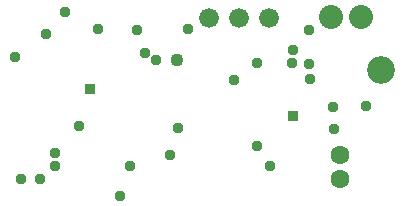
<source format=gbs>
G75*
%MOIN*%
%OFA0B0*%
%FSLAX24Y24*%
%IPPOS*%
%LPD*%
%AMOC8*
5,1,8,0,0,1.08239X$1,22.5*
%
%ADD10C,0.0926*%
%ADD11C,0.0660*%
%ADD12C,0.0800*%
%ADD13C,0.0630*%
%ADD14R,0.0370X0.0370*%
%ADD15C,0.0370*%
%ADD16C,0.0436*%
D10*
X015928Y004708D03*
D11*
X012180Y006440D03*
X011180Y006440D03*
X010180Y006440D03*
D12*
X014247Y006479D03*
X015247Y006479D03*
D13*
X014550Y001873D03*
X014550Y001086D03*
D14*
X012975Y003172D03*
X006204Y004078D03*
D15*
X003920Y001086D03*
X004550Y001086D03*
X005062Y001519D03*
X005062Y001952D03*
X005849Y002857D03*
X007542Y001519D03*
X008881Y001873D03*
X009156Y002778D03*
X011794Y002188D03*
X012227Y001519D03*
X014353Y002739D03*
X014314Y003487D03*
X015416Y003526D03*
X013566Y004432D03*
X013526Y004904D03*
X012936Y004944D03*
X012975Y005377D03*
X011794Y004944D03*
X011007Y004393D03*
X008408Y005062D03*
X008054Y005298D03*
X007778Y006046D03*
X006479Y006086D03*
X005377Y006637D03*
X004747Y005928D03*
X003723Y005141D03*
X009471Y006086D03*
X013526Y006046D03*
X007227Y000534D03*
D16*
X009117Y005062D03*
M02*

</source>
